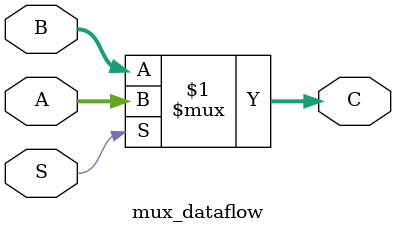
<source format=v>
`timescale 1ns / 1ps

module threemux(
    A,
    B,
    D,
    S,
    S1,
    F);
    
    input wire [1:0] A;
    input wire [1:0] B;
    input wire [0:0] S;
    input wire [0:0] S1;
    input wire [1:0] D;
    wire[1:0] C;
    output wire[1:0] F;
//input,output,select
mux_dataflow mux1(.A(A), .B(B), .C(C), .S(S));
//feeding signal B to port A of mux, feeding signal D to port B of mux, .nameofport(nameofconnections)
mux_dataflow mux2(.A(C), .B(D), .C(F), .S(S1));

endmodule

module mux_dataflow(
    A,
    B,
    C,
    S);
    
    input wire[1:0]A;
    input wire[1:0]B;
    input wire[0:0]S;
    output wire[1:0]C;
    
    assign #3 C = S ? A : B;
    
endmodule



</source>
